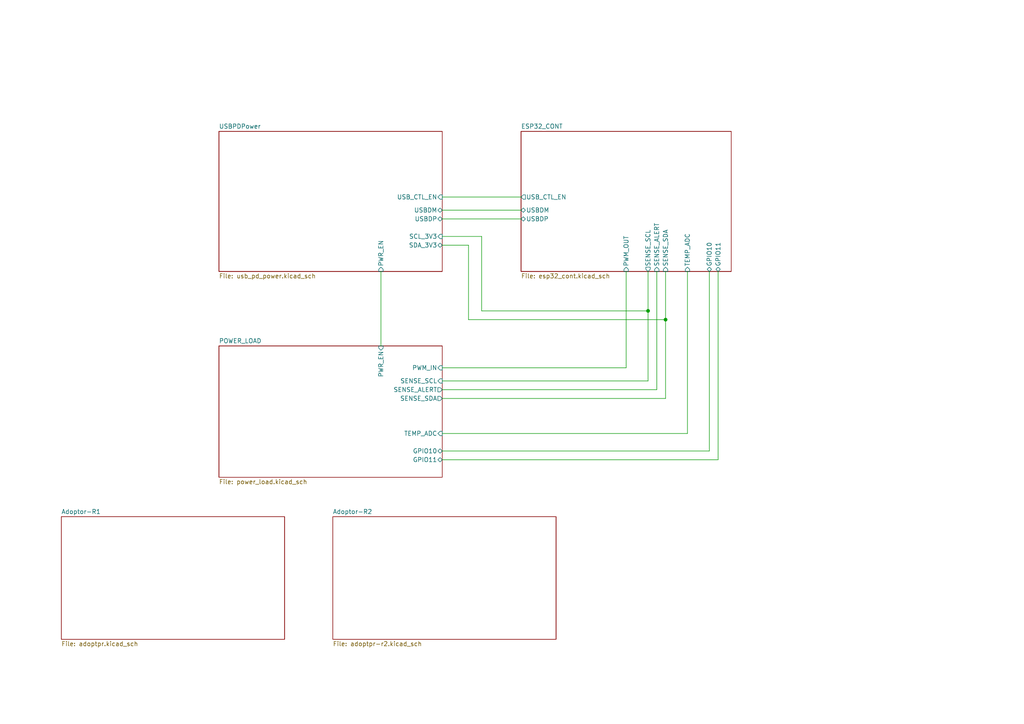
<source format=kicad_sch>
(kicad_sch
	(version 20250114)
	(generator "eeschema")
	(generator_version "9.0")
	(uuid "6f9e600f-a5c3-43a3-a3f9-7064494d5a8f")
	(paper "A4")
	(title_block
		(title "DC POWER STATION 2")
		(date "2025-06-22")
		(rev "Rev2")
		(company "HNZ")
		(comment 1 "Licensed under CC-BY-SA V4.0")
		(comment 2 "(C) 2025 Hiroshi Nakajima <hnakamiru1103@gmail.com>")
	)
	(lib_symbols)
	(junction
		(at 187.96 90.17)
		(diameter 0)
		(color 0 0 0 0)
		(uuid "3fdc4c68-4f26-4d28-807f-322387a67dcd")
	)
	(junction
		(at 193.04 92.71)
		(diameter 0)
		(color 0 0 0 0)
		(uuid "b32407b6-59f5-4a87-b33c-dfb21445ea88")
	)
	(wire
		(pts
			(xy 193.04 92.71) (xy 135.89 92.71)
		)
		(stroke
			(width 0)
			(type default)
		)
		(uuid "062383c5-6d07-48a7-bd8d-3bbdae0d5bc5")
	)
	(wire
		(pts
			(xy 187.96 110.49) (xy 128.27 110.49)
		)
		(stroke
			(width 0)
			(type default)
		)
		(uuid "0f8763a4-9c80-4e0f-b19f-f4e40be53eac")
	)
	(wire
		(pts
			(xy 135.89 92.71) (xy 135.89 71.12)
		)
		(stroke
			(width 0)
			(type default)
		)
		(uuid "23366313-f352-40ab-bfe9-7afca9b6c7f4")
	)
	(wire
		(pts
			(xy 208.28 78.74) (xy 208.28 133.35)
		)
		(stroke
			(width 0)
			(type default)
		)
		(uuid "26ebb4e7-931b-46b4-8006-9f469dc63874")
	)
	(wire
		(pts
			(xy 193.04 78.74) (xy 193.04 92.71)
		)
		(stroke
			(width 0)
			(type default)
		)
		(uuid "286b4620-e684-4b04-b96e-de0d3feb2805")
	)
	(wire
		(pts
			(xy 139.7 68.58) (xy 128.27 68.58)
		)
		(stroke
			(width 0)
			(type default)
		)
		(uuid "37c188a6-7c5a-4f87-9fa0-75518f747ff5")
	)
	(wire
		(pts
			(xy 187.96 90.17) (xy 139.7 90.17)
		)
		(stroke
			(width 0)
			(type default)
		)
		(uuid "4e7b49e4-ce4e-499e-a3d7-9b906a392030")
	)
	(wire
		(pts
			(xy 199.39 78.74) (xy 199.39 125.73)
		)
		(stroke
			(width 0)
			(type default)
		)
		(uuid "5055b6a7-05f2-47c4-9971-c54ee9e545b4")
	)
	(wire
		(pts
			(xy 181.61 106.68) (xy 128.27 106.68)
		)
		(stroke
			(width 0)
			(type default)
		)
		(uuid "5848cd13-4e31-40d9-b08d-ce4a71993fab")
	)
	(wire
		(pts
			(xy 135.89 71.12) (xy 128.27 71.12)
		)
		(stroke
			(width 0)
			(type default)
		)
		(uuid "783e0b26-e430-457b-ae3b-c554731a4473")
	)
	(wire
		(pts
			(xy 190.5 78.74) (xy 190.5 113.03)
		)
		(stroke
			(width 0)
			(type default)
		)
		(uuid "7acdf84f-4e42-4900-8f60-60799d0f591a")
	)
	(wire
		(pts
			(xy 128.27 60.96) (xy 151.13 60.96)
		)
		(stroke
			(width 0)
			(type default)
		)
		(uuid "84093f56-c746-4eb9-a166-1123f43d59a5")
	)
	(wire
		(pts
			(xy 187.96 78.74) (xy 187.96 90.17)
		)
		(stroke
			(width 0)
			(type default)
		)
		(uuid "8c273b6a-8f19-4d59-b0e6-1402216939e3")
	)
	(wire
		(pts
			(xy 139.7 90.17) (xy 139.7 68.58)
		)
		(stroke
			(width 0)
			(type default)
		)
		(uuid "8dcbbeb6-116d-440a-911c-b083ab89715e")
	)
	(wire
		(pts
			(xy 110.49 78.74) (xy 110.49 100.33)
		)
		(stroke
			(width 0)
			(type default)
		)
		(uuid "92ce9626-22d4-4c65-9eea-8fea89276778")
	)
	(wire
		(pts
			(xy 208.28 133.35) (xy 128.27 133.35)
		)
		(stroke
			(width 0)
			(type default)
		)
		(uuid "92f0e9bf-7f9f-4f7f-9769-abe8e2db3fa3")
	)
	(wire
		(pts
			(xy 128.27 63.5) (xy 151.13 63.5)
		)
		(stroke
			(width 0)
			(type default)
		)
		(uuid "93ccd237-42d5-493a-b812-a17b7b3c6aab")
	)
	(wire
		(pts
			(xy 187.96 90.17) (xy 187.96 110.49)
		)
		(stroke
			(width 0)
			(type default)
		)
		(uuid "9922efcf-3a55-4a53-9ccb-b290998fa430")
	)
	(wire
		(pts
			(xy 193.04 92.71) (xy 193.04 115.57)
		)
		(stroke
			(width 0)
			(type default)
		)
		(uuid "a200367c-5440-4990-bde2-50ce46d08fee")
	)
	(wire
		(pts
			(xy 205.74 130.81) (xy 205.74 78.74)
		)
		(stroke
			(width 0)
			(type default)
		)
		(uuid "a49adcdf-a389-49dc-84de-a47f1c45bfb6")
	)
	(wire
		(pts
			(xy 128.27 57.15) (xy 151.13 57.15)
		)
		(stroke
			(width 0)
			(type default)
		)
		(uuid "aa470caf-7c8c-42f2-9753-6a62438f70ef")
	)
	(wire
		(pts
			(xy 193.04 115.57) (xy 128.27 115.57)
		)
		(stroke
			(width 0)
			(type default)
		)
		(uuid "b79ab9ec-5c43-418d-9c05-0b9eeaa98787")
	)
	(wire
		(pts
			(xy 199.39 125.73) (xy 128.27 125.73)
		)
		(stroke
			(width 0)
			(type default)
		)
		(uuid "bd29a400-a414-40d0-b119-42857ff0e322")
	)
	(wire
		(pts
			(xy 190.5 113.03) (xy 128.27 113.03)
		)
		(stroke
			(width 0)
			(type default)
		)
		(uuid "c70d3948-d4a0-44ad-8c06-dbb5bcd03a8d")
	)
	(wire
		(pts
			(xy 128.27 130.81) (xy 205.74 130.81)
		)
		(stroke
			(width 0)
			(type default)
		)
		(uuid "de2ff47c-df24-4aee-b0fc-8ddd479a11dd")
	)
	(wire
		(pts
			(xy 181.61 78.74) (xy 181.61 106.68)
		)
		(stroke
			(width 0)
			(type default)
		)
		(uuid "ef1e6545-7b97-4bb2-9607-dbced2e19758")
	)
	(sheet
		(at 63.5 38.1)
		(size 64.77 40.64)
		(exclude_from_sim no)
		(in_bom yes)
		(on_board yes)
		(dnp no)
		(fields_autoplaced yes)
		(stroke
			(width 0.1524)
			(type solid)
		)
		(fill
			(color 0 0 0 0.0000)
		)
		(uuid "108071da-64d8-468e-a316-bc47d4a9d236")
		(property "Sheetname" "USBPDPower"
			(at 63.5 37.3884 0)
			(effects
				(font
					(size 1.27 1.27)
				)
				(justify left bottom)
			)
		)
		(property "Sheetfile" "usb_pd_power.kicad_sch"
			(at 63.5 79.3246 0)
			(effects
				(font
					(size 1.27 1.27)
				)
				(justify left top)
			)
		)
		(pin "USBDM" bidirectional
			(at 128.27 60.96 0)
			(uuid "85474821-7263-4c7a-a4b9-42868b22749a")
			(effects
				(font
					(size 1.27 1.27)
				)
				(justify right)
			)
		)
		(pin "USBDP" bidirectional
			(at 128.27 63.5 0)
			(uuid "07b01f1b-fe42-4dc6-a65b-cf94e41f805b")
			(effects
				(font
					(size 1.27 1.27)
				)
				(justify right)
			)
		)
		(pin "SCL_3V3" input
			(at 128.27 68.58 0)
			(uuid "348f663d-2b5a-4c82-b65a-693b10ac81d1")
			(effects
				(font
					(size 1.27 1.27)
				)
				(justify right)
			)
		)
		(pin "SDA_3V3" bidirectional
			(at 128.27 71.12 0)
			(uuid "2db7cad7-36c8-4dc6-bc9b-7888b5c70e39")
			(effects
				(font
					(size 1.27 1.27)
				)
				(justify right)
			)
		)
		(pin "PWR_EN" input
			(at 110.49 78.74 270)
			(uuid "668f2592-5644-4a85-a686-51933afc2124")
			(effects
				(font
					(size 1.27 1.27)
				)
				(justify left)
			)
		)
		(pin "USB_CTL_EN" input
			(at 128.27 57.15 0)
			(uuid "e0f385f5-63bc-4281-bfe3-26db8f026028")
			(effects
				(font
					(size 1.27 1.27)
				)
				(justify right)
			)
		)
		(instances
			(project "dcpower"
				(path "/6f9e600f-a5c3-43a3-a3f9-7064494d5a8f"
					(page "4")
				)
			)
		)
	)
	(sheet
		(at 151.13 38.1)
		(size 60.96 40.64)
		(exclude_from_sim no)
		(in_bom yes)
		(on_board yes)
		(dnp no)
		(fields_autoplaced yes)
		(stroke
			(width 0.1524)
			(type solid)
		)
		(fill
			(color 0 0 0 0.0000)
		)
		(uuid "24d19cfa-e9a2-4f0f-90c0-9977cf344d11")
		(property "Sheetname" "ESP32_CONT"
			(at 151.13 37.3884 0)
			(effects
				(font
					(size 1.27 1.27)
				)
				(justify left bottom)
			)
		)
		(property "Sheetfile" "esp32_cont.kicad_sch"
			(at 151.13 79.3246 0)
			(effects
				(font
					(size 1.27 1.27)
				)
				(justify left top)
			)
		)
		(pin "USBDP" bidirectional
			(at 151.13 63.5 180)
			(uuid "4cf8e5e1-4737-49fb-b0d6-d84d20ac10a1")
			(effects
				(font
					(size 1.27 1.27)
				)
				(justify left)
			)
		)
		(pin "USBDM" bidirectional
			(at 151.13 60.96 180)
			(uuid "54fc1541-7204-4846-af6b-66744f514bcd")
			(effects
				(font
					(size 1.27 1.27)
				)
				(justify left)
			)
		)
		(pin "TEMP_ADC" input
			(at 199.39 78.74 270)
			(uuid "712840c9-ba8a-4683-a265-92ac318c4be5")
			(effects
				(font
					(size 1.27 1.27)
				)
				(justify left)
			)
		)
		(pin "SENSE_SDA" input
			(at 193.04 78.74 270)
			(uuid "8826b3ff-7267-467c-a18e-05403e23b4b8")
			(effects
				(font
					(size 1.27 1.27)
				)
				(justify left)
			)
		)
		(pin "PWM_OUT" input
			(at 181.61 78.74 270)
			(uuid "94adf891-74ee-41d6-9441-917fabf0c40f")
			(effects
				(font
					(size 1.27 1.27)
				)
				(justify left)
			)
		)
		(pin "SENSE_SCL" output
			(at 187.96 78.74 270)
			(uuid "ed8f7b06-4c0a-413e-9f53-57a67366c8c3")
			(effects
				(font
					(size 1.27 1.27)
				)
				(justify left)
			)
		)
		(pin "SENSE_ALERT" input
			(at 190.5 78.74 270)
			(uuid "0eacc934-c55a-4a7e-84ef-f0104429beb8")
			(effects
				(font
					(size 1.27 1.27)
				)
				(justify left)
			)
		)
		(pin "GPIO10" bidirectional
			(at 205.74 78.74 270)
			(uuid "98b551c3-11d6-4a98-b263-f209e9820bb5")
			(effects
				(font
					(size 1.27 1.27)
				)
				(justify left)
			)
		)
		(pin "GPIO11" bidirectional
			(at 208.28 78.74 270)
			(uuid "1427ddaf-2d59-462a-a45e-256f6834575d")
			(effects
				(font
					(size 1.27 1.27)
				)
				(justify left)
			)
		)
		(pin "USB_CTL_EN" output
			(at 151.13 57.15 180)
			(uuid "40d7c8c0-f84f-418e-b790-6fff8cc5c575")
			(effects
				(font
					(size 1.27 1.27)
				)
				(justify left)
			)
		)
		(instances
			(project "dcpower"
				(path "/6f9e600f-a5c3-43a3-a3f9-7064494d5a8f"
					(page "2")
				)
			)
		)
	)
	(sheet
		(at 96.52 149.86)
		(size 64.77 35.56)
		(exclude_from_sim no)
		(in_bom yes)
		(on_board yes)
		(dnp no)
		(fields_autoplaced yes)
		(stroke
			(width 0.1524)
			(type solid)
		)
		(fill
			(color 0 0 0 0.0000)
		)
		(uuid "49745373-0b93-4286-9127-14e493db5ff8")
		(property "Sheetname" "Adoptor-R2"
			(at 96.52 149.1484 0)
			(effects
				(font
					(size 1.27 1.27)
				)
				(justify left bottom)
			)
		)
		(property "Sheetfile" "adoptpr-r2.kicad_sch"
			(at 96.52 186.0046 0)
			(effects
				(font
					(size 1.27 1.27)
				)
				(justify left top)
			)
		)
		(instances
			(project "dcpower"
				(path "/6f9e600f-a5c3-43a3-a3f9-7064494d5a8f"
					(page "6")
				)
			)
		)
	)
	(sheet
		(at 63.5 100.33)
		(size 64.77 38.1)
		(exclude_from_sim no)
		(in_bom yes)
		(on_board yes)
		(dnp no)
		(fields_autoplaced yes)
		(stroke
			(width 0.1524)
			(type solid)
		)
		(fill
			(color 0 0 0 0.0000)
		)
		(uuid "5d8148c4-c570-4abe-80a7-cba6083c031b")
		(property "Sheetname" "POWER_LOAD"
			(at 63.5 99.6184 0)
			(effects
				(font
					(size 1.27 1.27)
				)
				(justify left bottom)
			)
		)
		(property "Sheetfile" "power_load.kicad_sch"
			(at 63.5 139.0146 0)
			(effects
				(font
					(size 1.27 1.27)
				)
				(justify left top)
			)
		)
		(pin "PWM_IN" input
			(at 128.27 106.68 0)
			(uuid "6443b943-10a8-4825-9225-02aa992e57f7")
			(effects
				(font
					(size 1.27 1.27)
				)
				(justify right)
			)
		)
		(pin "SENSE_SCL" input
			(at 128.27 110.49 0)
			(uuid "7aa4f214-453e-491d-981c-0305a7e2752f")
			(effects
				(font
					(size 1.27 1.27)
				)
				(justify right)
			)
		)
		(pin "SENSE_ALERT" output
			(at 128.27 113.03 0)
			(uuid "2383b24f-ded1-40cb-a4ac-64c59a5d4989")
			(effects
				(font
					(size 1.27 1.27)
				)
				(justify right)
			)
		)
		(pin "SENSE_SDA" output
			(at 128.27 115.57 0)
			(uuid "0f0df911-ebff-4619-bd03-58ddf0cee320")
			(effects
				(font
					(size 1.27 1.27)
				)
				(justify right)
			)
		)
		(pin "TEMP_ADC" input
			(at 128.27 125.73 0)
			(uuid "1c901d58-516b-4c92-a097-8fb7ad5e9e7d")
			(effects
				(font
					(size 1.27 1.27)
				)
				(justify right)
			)
		)
		(pin "GPIO11" bidirectional
			(at 128.27 133.35 0)
			(uuid "f276a48f-2442-4557-aac7-3f1d1940edc0")
			(effects
				(font
					(size 1.27 1.27)
				)
				(justify right)
			)
		)
		(pin "GPIO10" bidirectional
			(at 128.27 130.81 0)
			(uuid "5174e14a-5de2-4b63-b579-701e1f1da404")
			(effects
				(font
					(size 1.27 1.27)
				)
				(justify right)
			)
		)
		(pin "PWR_EN" input
			(at 110.49 100.33 90)
			(uuid "0cc1dde8-889d-4d6a-9fd1-be85cc259911")
			(effects
				(font
					(size 1.27 1.27)
				)
				(justify right)
			)
		)
		(instances
			(project "dcpower"
				(path "/6f9e600f-a5c3-43a3-a3f9-7064494d5a8f"
					(page "3")
				)
			)
		)
	)
	(sheet
		(at 17.78 149.86)
		(size 64.77 35.56)
		(exclude_from_sim no)
		(in_bom yes)
		(on_board yes)
		(dnp no)
		(fields_autoplaced yes)
		(stroke
			(width 0.1524)
			(type solid)
		)
		(fill
			(color 0 0 0 0.0000)
		)
		(uuid "ae0d5ac4-4d74-4c63-bff6-8b1499899d99")
		(property "Sheetname" "Adoptor-R1"
			(at 17.78 149.1484 0)
			(effects
				(font
					(size 1.27 1.27)
				)
				(justify left bottom)
			)
		)
		(property "Sheetfile" "adoptpr.kicad_sch"
			(at 17.78 186.0046 0)
			(effects
				(font
					(size 1.27 1.27)
				)
				(justify left top)
			)
		)
		(instances
			(project "dcpower"
				(path "/6f9e600f-a5c3-43a3-a3f9-7064494d5a8f"
					(page "5")
				)
			)
		)
	)
	(sheet_instances
		(path "/"
			(page "1")
		)
	)
	(embedded_fonts no)
)

</source>
